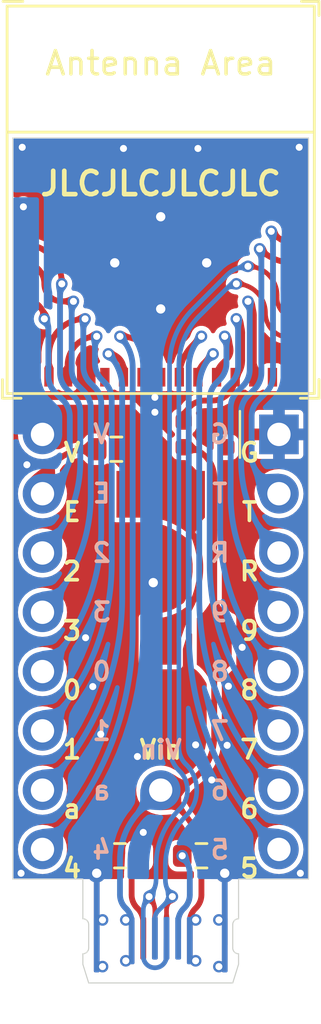
<source format=kicad_pcb>
(kicad_pcb (version 20221018) (generator pcbnew)
  (layers (0 "F.Cu" signal) (31 "B.Cu" signal) (34 "B.Paste" user) (35 "F.Paste" user) (36 "B.SilkS" user "B.Silkscreen") (37 "F.SilkS" user "F.Silkscreen") (38 "B.Mask" user) (39 "F.Mask" user) (44 "Edge.Cuts" user))
  (net 0 "")
  (net 1 "GND")
  (net 2 "D+")
  (net 3 "D-")
  (net 4 "+5V")
  (net 5 "Net-(J1-CC1)")
  (net 6 "Net-(J1-CC2)")
  (net 7 "+3.3V")
  (net 8 "IO0")
  (net 9 "IO1")
  (net 10 "IO2")
  (net 11 "IO3")
  (net 12 "IO4")
  (net 13 "IO5")
  (net 14 "IO6")
  (net 15 "IO7")
  (net 16 "IO8")
  (net 17 "IO9")
  (net 18 "IO10")
  (net 19 "RXD")
  (net 20 "TXD")
  (net 21 "EN")
  (footprint "Package_TO_SOT_SMD:SOT-223-3_TabPin2" (layer "F.Cu") (at 100 86.665 90)
    (fp_text reference "U2" hide)
    (fp_text value "LM1117MP-3.3" hide)
    (pad "1" smd rect (at -3.15 -2.3 90) (size 2 1.5) (layers "F.Cu" "F.Paste" "F.Mask") (net 1 "GND"))
    (pad "2" smd rect (at -3.15 0 90) (size 2 1.5) (layers "F.Cu" "F.Paste" "F.Mask") (net 7 "+3.3V"))
    (pad "2" smd rect (at 3.15 0 90) (size 2 3.8) (layers "F.Cu" "F.Paste" "F.Mask") (net 7 "+3.3V"))
    (pad "3" smd rect (at -3.15 2.3 90) (size 2 1.5) (layers "F.Cu" "F.Paste" "F.Mask") (net 4 "+5V"))
  )
  (footprint "Library:WS2812C-2020" (layer "F.Cu") (at 101.905 80.95)
    (fp_text reference "U3" hide)
    (fp_text value "WS2812C" hide)
    (fp_line (start 1.5 -1) (end 1.5 1) (stroke (width 0.1)) (layer "F.SilkS"))
    (pad "1" smd roundrect (at 0.915 0.55) (size 0.7 0.7) (layers "F.Cu" "F.Paste" "F.Mask"))
    (pad "2" smd roundrect (at 0.915 -0.55) (size 0.7 0.7) (layers "F.Cu" "F.Paste" "F.Mask") (net 1 "GND"))
    (pad "3" smd roundrect (at -0.915 -0.55) (size 0.7 0.7) (layers "F.Cu" "F.Paste" "F.Mask") (net 16 "IO8"))
    (pad "4" smd roundrect (at -0.915 0.55) (size 0.7 0.7) (layers "F.Cu" "F.Paste" "F.Mask") (net 4 "+5V"))
  )
  (footprint "PCM_Espressif:ESP32-C3-MINI-1" (layer "F.Cu") (at 100 70.9)
    (fp_text reference "U4" hide)
    (fp_text value "ESP32-C3-MINI-1" hide)
    (fp_text user "Antenna Area" (at 0 -5.85) (layer "F.SilkS"))
    (fp_line (start -6.8 7.7) (end -6.8 8.5) (stroke (width 0.12)) (layer "F.SilkS"))
    (fp_line (start -6.8 8.5) (end -6 8.5) (stroke (width 0.12)) (layer "F.SilkS"))
    (fp_line (start -6.6 -8.3) (end 6.6 -8.3) (stroke (width 0.12)) (layer "F.SilkS"))
    (fp_line (start -6.6 -2.9) (end 6.6 -2.9) (stroke (width 0.12)) (layer "F.SilkS"))
    (fp_line (start -6.6 8.3) (end -6.6 -8.3) (stroke (width 0.12)) (layer "F.SilkS"))
    (fp_line (start -5.925 -8.5) (end -6.775 -8.5) (stroke (width 0.12)) (layer "F.SilkS"))
    (fp_line (start 6.05 -8.5) (end 6.8 -8.5) (stroke (width 0.12)) (layer "F.SilkS"))
    (fp_line (start 6.6 -8.3) (end 6.6 8.3) (stroke (width 0.12)) (layer "F.SilkS"))
    (fp_line (start 6.6 8.3) (end -6.6 8.3) (stroke (width 0.12)) (layer "F.SilkS"))
    (fp_line (start 6.8 -8.5) (end 6.8 -7.9) (stroke (width 0.12)) (layer "F.SilkS"))
    (fp_line (start 6.8 7.7) (end 6.8 8.5) (stroke (width 0.12)) (layer "F.SilkS"))
    (fp_line (start 6.8 8.5) (end 6 8.5) (stroke (width 0.12)) (layer "F.SilkS"))
    (pad "1" smd rect (at -5.9 -1.3 90) (size 0.4 0.8) (layers "F.Cu" "F.Paste" "F.Mask") (net 1 "GND"))
    (pad "2" smd rect (at -5.9 -0.5 90) (size 0.4 0.8) (layers "F.Cu" "F.Paste" "F.Mask") (net 1 "GND"))
    (pad "3" smd rect (at -5.9 0.3 90) (size 0.4 0.8) (layers "F.Cu" "F.Paste" "F.Mask") (net 7 "+3.3V"))
    (pad "4" smd rect (at -5.9 1.1 90) (size 0.4 0.8) (layers "F.Cu" "F.Paste" "F.Mask"))
    (pad "5" smd rect (at -5.9 1.9 90) (size 0.4 0.8) (layers "F.Cu" "F.Paste" "F.Mask") (net 10 "IO2"))
    (pad "6" smd rect (at -5.9 2.7 90) (size 0.4 0.8) (layers "F.Cu" "F.Paste" "F.Mask") (net 11 "IO3"))
    (pad "7" smd rect (at -5.9 3.5 90) (size 0.4 0.8) (layers "F.Cu" "F.Paste" "F.Mask"))
    (pad "8" smd rect (at -5.9 4.3 90) (size 0.4 0.8) (layers "F.Cu" "F.Paste" "F.Mask") (net 21 "EN"))
    (pad "9" smd rect (at -5.9 5.1 90) (size 0.4 0.8) (layers "F.Cu" "F.Paste" "F.Mask"))
    (pad "10" smd rect (at -5.9 5.9 90) (size 0.4 0.8) (layers "F.Cu" "F.Paste" "F.Mask"))
    (pad "11" smd rect (at -5.9 6.7 90) (size 0.4 0.8) (layers "F.Cu" "F.Paste" "F.Mask") (net 1 "GND"))
    (pad "12" smd rect (at -4.8 7.6) (size 0.4 0.8) (layers "F.Cu" "F.Paste" "F.Mask") (net 8 "IO0"))
    (pad "13" smd rect (at -4 7.6) (size 0.4 0.8) (layers "F.Cu" "F.Paste" "F.Mask") (net 9 "IO1"))
    (pad "14" smd rect (at -3.2 7.6) (size 0.4 0.8) (layers "F.Cu" "F.Paste" "F.Mask") (net 1 "GND"))
    (pad "15" smd rect (at -2.4 7.6) (size 0.4 0.8) (layers "F.Cu" "F.Paste" "F.Mask"))
    (pad "16" smd rect (at -1.6 7.6) (size 0.4 0.8) (layers "F.Cu" "F.Paste" "F.Mask") (net 18 "IO10"))
    (pad "17" smd rect (at -0.8 7.6) (size 0.4 0.8) (layers "F.Cu" "F.Paste" "F.Mask"))
    (pad "18" smd rect (at 0 7.6) (size 0.4 0.8) (layers "F.Cu" "F.Paste" "F.Mask") (net 12 "IO4"))
    (pad "19" smd rect (at 0.8 7.6) (size 0.4 0.8) (layers "F.Cu" "F.Paste" "F.Mask") (net 13 "IO5"))
    (pad "20" smd rect (at 1.6 7.6) (size 0.4 0.8) (layers "F.Cu" "F.Paste" "F.Mask") (net 14 "IO6"))
    (pad "21" smd rect (at 2.4 7.6) (size 0.4 0.8) (layers "F.Cu" "F.Paste" "F.Mask") (net 15 "IO7"))
    (pad "22" smd rect (at 3.2 7.6) (size 0.4 0.8) (layers "F.Cu" "F.Paste" "F.Mask") (net 16 "IO8"))
    (pad "23" smd rect (at 4 7.6) (size 0.4 0.8) (layers "F.Cu" "F.Paste" "F.Mask") (net 17 "IO9"))
    (pad "24" smd rect (at 4.8 7.6) (size 0.4 0.8) (layers "F.Cu" "F.Paste" "F.Mask"))
    (pad "25" smd rect (at 5.9 6.7 90) (size 0.4 0.8) (layers "F.Cu" "F.Paste" "F.Mask"))
    (pad "26" smd rect (at 5.9 5.9 90) (size 0.4 0.8) (layers "F.Cu" "F.Paste" "F.Mask") (net 3 "D-"))
    (pad "27" smd rect (at 5.9 5.1 90) (size 0.4 0.8) (layers "F.Cu" "F.Paste" "F.Mask") (net 2 "D+"))
    (pad "28" smd rect (at 5.9 4.3 90) (size 0.4 0.8) (layers "F.Cu" "F.Paste" "F.Mask"))
    (pad "29" smd rect (at 5.9 3.5 90) (size 0.4 0.8) (layers "F.Cu" "F.Paste" "F.Mask"))
    (pad "30" smd rect (at 5.9 2.7 90) (size 0.4 0.8) (layers "F.Cu" "F.Paste" "F.Mask") (net 19 "RXD"))
    (pad "31" smd rect (at 5.9 1.9 90) (size 0.4 0.8) (layers "F.Cu" "F.Paste" "F.Mask") (net 20 "TXD"))
    (pad "32" smd rect (at 5.9 1.1 90) (size 0.4 0.8) (layers "F.Cu" "F.Paste" "F.Mask"))
    (pad "33" smd rect (at 5.9 0.3 90) (size 0.4 0.8) (layers "F.Cu" "F.Paste" "F.Mask"))
    (pad "34" smd rect (at 5.9 -0.5 90) (size 0.4 0.8) (layers "F.Cu" "F.Paste" "F.Mask"))
    (pad "35" smd rect (at 5.9 -1.3 90) (size 0.4 0.8) (layers "F.Cu" "F.Paste" "F.Mask"))
    (pad "36" smd rect (at 4.8 -2.2) (size 0.4 0.8) (layers "F.Cu" "F.Paste" "F.Mask") (net 1 "GND"))
    (pad "37" smd rect (at 4 -2.2) (size 0.4 0.8) (layers "F.Cu" "F.Paste" "F.Mask") (net 1 "GND"))
    (pad "38" smd rect (at 3.2 -2.2) (size 0.4 0.8) (layers "F.Cu" "F.Paste" "F.Mask") (net 1 "GND"))
    (pad "39" smd rect (at 2.4 -2.2) (size 0.4 0.8) (layers "F.Cu" "F.Paste" "F.Mask") (net 1 "GND"))
    (pad "40" smd rect (at 1.6 -2.2) (size 0.4 0.8) (layers "F.Cu" "F.Paste" "F.Mask") (net 1 "GND"))
    (pad "41" smd rect (at 0.8 -2.2) (size 0.4 0.8) (layers "F.Cu" "F.Paste" "F.Mask") (net 1 "GND"))
    (pad "42" smd rect (at 0 -2.2) (size 0.4 0.8) (layers "F.Cu" "F.Paste" "F.Mask") (net 1 "GND"))
    (pad "43" smd rect (at -0.8 -2.2) (size 0.4 0.8) (layers "F.Cu" "F.Paste" "F.Mask") (net 1 "GND"))
    (pad "44" smd rect (at -1.6 -2.2) (size 0.4 0.8) (layers "F.Cu" "F.Paste" "F.Mask") (net 1 "GND"))
    (pad "45" smd rect (at -2.4 -2.2) (size 0.4 0.8) (layers "F.Cu" "F.Paste" "F.Mask") (net 1 "GND"))
    (pad "46" smd rect (at -3.2 -2.2) (size 0.4 0.8) (layers "F.Cu" "F.Paste" "F.Mask") (net 1 "GND"))
    (pad "47" smd rect (at -4 -2.2) (size 0.4 0.8) (layers "F.Cu" "F.Paste" "F.Mask") (net 1 "GND"))
    (pad "48" smd rect (at -4.8 -2.2) (size 0.4 0.8) (layers "F.Cu" "F.Paste" "F.Mask") (net 1 "GND"))
    (pad "49" smd custom (at -1.975 0.725) (size 0.8 0.8) (layers "F.Cu" "F.Paste" "F.Mask") (net 1 "GND") (options (clearance outline) (anchor rect)) (primitives (gr_poly (pts (xy 0.725 0.725) (xy -0.725 0.725) (xy -0.725 -0.125) (xy -0.125 -0.725) (xy 0.725 -0.725)) (width 0) (fill yes))))
    (pad "49" smd rect (at -1.975 2.7 90) (size 1.45 1.45) (layers "F.Cu" "F.Paste" "F.Mask") (net 1 "GND"))
    (pad "49" smd rect (at -1.975 4.675 90) (size 1.45 1.45) (layers "F.Cu" "F.Paste" "F.Mask") (net 1 "GND"))
    (pad "49" smd rect (at 0 0.725 90) (size 1.45 1.45) (layers "F.Cu" "F.Paste" "F.Mask") (net 1 "GND"))
    (pad "49" smd rect (at 0 2.7 90) (size 1.45 1.45) (layers "F.Cu" "F.Paste" "F.Mask") (net 1 "GND"))
    (pad "49" smd rect (at 0 4.675 90) (size 1.45 1.45) (layers "F.Cu" "F.Paste" "F.Mask") (net 1 "GND"))
    (pad "49" smd rect (at 1.975 0.725 90) (size 1.45 1.45) (layers "F.Cu" "F.Paste" "F.Mask") (net 1 "GND"))
    (pad "49" smd rect (at 1.975 2.7 90) (size 1.45 1.45) (layers "F.Cu" "F.Paste" "F.Mask") (net 1 "GND"))
    (pad "49" smd rect (at 1.975 4.675 90) (size 1.45 1.45) (layers "F.Cu" "F.Paste" "F.Mask") (net 1 "GND"))
    (pad "50" smd rect (at 5.95 -2.25 90) (size 0.7 0.7) (layers "F.Cu" "F.Paste" "F.Mask") (net 1 "GND"))
    (pad "51" smd rect (at 5.95 7.65 90) (size 0.7 0.7) (layers "F.Cu" "F.Paste" "F.Mask") (net 1 "GND"))
    (pad "52" smd rect (at -5.95 7.65 90) (size 0.7 0.7) (layers "F.Cu" "F.Paste" "F.Mask") (net 1 "GND"))
    (pad "53" smd rect (at -5.95 -2.25 90) (size 0.7 0.7) (layers "F.Cu" "F.Paste" "F.Mask") (net 1 "GND"))
    (zone (net 0) (net_name "") (layers "*.Cu") (name "antenna keepout") (connect_pads (clearance 0)) (min_thickness 0.254)
      (keepout (tracks not_allowed) (vias not_allowed) (pads not_allowed) (copperpour not_allowed) (footprints not_allowed))
      (fill (thermal_gap 0.508) (thermal_bridge_width 0.508))
      (polygon (pts (xy 106.6 68) (xy 93.4 68) (xy 93.4 62.6) (xy 106.6 62.6)))
    )
  )
  (footprint "Connector_PinHeader_2.54mm:PinHeader_1x08_P2.54mm_Vertical" (layer "F.Cu") (at 94.92 80.95)
    (fp_text reference "J2" hide)
    (fp_text value "Conn_01x08_Pin" hide)
    (pad "1" thru_hole circle (at 0 0) (size 1.7 1.7) (drill 1) (layers "*.Cu" "*.Mask") (net 7 "+3.3V"))
    (pad "2" thru_hole oval (at 0 2.54) (size 1.7 1.7) (drill 1) (layers "*.Cu" "*.Mask") (net 21 "EN"))
    (pad "3" thru_hole oval (at 0 5.08) (size 1.7 1.7) (drill 1) (layers "*.Cu" "*.Mask") (net 10 "IO2"))
    (pad "4" thru_hole oval (at 0 7.62) (size 1.7 1.7) (drill 1) (layers "*.Cu" "*.Mask") (net 11 "IO3"))
    (pad "5" thru_hole oval (at 0 10.16) (size 1.7 1.7) (drill 1) (layers "*.Cu" "*.Mask") (net 8 "IO0"))
    (pad "6" thru_hole oval (at 0 12.7) (size 1.7 1.7) (drill 1) (layers "*.Cu" "*.Mask") (net 9 "IO1"))
    (pad "7" thru_hole oval (at 0 15.24) (size 1.7 1.7) (drill 1) (layers "*.Cu" "*.Mask") (net 18 "IO10"))
    (pad "8" thru_hole oval (at 0 17.78) (size 1.7 1.7) (drill 1) (layers "*.Cu" "*.Mask") (net 12 "IO4"))
  )
  (footprint "Resistor_SMD:R_0603_1608Metric" (layer "F.Cu") (at 98.095 81.585 180)
    (fp_text reference "R1" hide)
    (fp_text value "10k" hide)
    (fp_line (start -0.237258 -0.5225) (end 0.237258 -0.5225) (stroke (width 0.12)) (layer "F.SilkS"))
    (fp_line (start -0.237258 0.5225) (end 0.237258 0.5225) (stroke (width 0.12)) (layer "F.SilkS"))
    (pad "1" smd roundrect (at -0.825 0 180) (size 0.8 0.95) (layers "F.Cu" "F.Paste" "F.Mask") (net 7 "+3.3V"))
    (pad "2" smd roundrect (at 0.825 0 180) (size 0.8 0.95) (layers "F.Cu" "F.Paste" "F.Mask") (net 21 "EN"))
  )
  (footprint "clipboard:0cc91ec2-0069-494b-bf66-8693916d34c6" (layer "F.Cu") (at 100.02 89.825)
    (fp_text reference "" (at 0 0) (layer "F.SilkS") (effects (font (size 1.27 1.27))))
    (fp_text value "" (at 0 0) (layer "F.SilkS") (effects (font (size 1.27 1.27))))
  )
  (footprint "Library:USB-C" (layer "F.Cu") (at 100 100 -90)
    (fp_text reference "J1" hide)
    (fp_text value "USB-C" hide)
    (fp_line (start 0 -3.345) (end 1.7 -3.345) (stroke (width 0.05)) (layer "Edge.Cuts"))
    (fp_line (start 0 3.345) (end 1.7 3.345) (stroke (width 0.05)) (layer "Edge.Cuts"))
    (fp_line (start 1.95 -3.095) (end 2.95 -3.095) (stroke (width 0.05)) (layer "Edge.Cuts"))
    (fp_line (start 1.95 3.095) (end 2.95 3.095) (stroke (width 0.05)) (layer "Edge.Cuts"))
    (fp_line (start 3.2 -3.345) (end 3.65 -3.345) (stroke (width 0.05)) (layer "Edge.Cuts"))
    (fp_line (start 3.2 3.345) (end 3.65 3.345) (stroke (width 0.05)) (layer "Edge.Cuts"))
    (fp_line (start 3.65 -3.345) (end 4.45 -3.095) (stroke (width 0.05)) (layer "Edge.Cuts"))
    (fp_line (start 3.65 3.345) (end 4.45 3.095) (stroke (width 0.05)) (layer "Edge.Cuts"))
    (fp_line (start 4.45 -3.095) (end 4.45 0) (stroke (width 0.05)) (layer "Edge.Cuts"))
    (fp_line (start 4.45 3.095) (end 4.45 0) (stroke (width 0.05)) (layer "Edge.Cuts"))
    (fp_arc (start 1.7 3.345) (mid 1.773223 3.168223) (end 1.95 3.095) (stroke (width 0.05)) (layer "Edge.Cuts"))
    (fp_arc (start 1.95 -3.095) (mid 1.773223 -3.168223) (end 1.7 -3.345) (stroke (width 0.05)) (layer "Edge.Cuts"))
    (fp_arc (start 2.95 3.095) (mid 3.126777 3.168223) (end 3.2 3.345) (stroke (width 0.05)) (layer "Edge.Cuts"))
    (fp_arc (start 3.2 -3.345) (mid 3.126777 -3.168223) (end 2.95 -3.095) (stroke (width 0.05)) (layer "Edge.Cuts"))
    (pad "1" smd roundrect (at 2.81 -2.75 270) (size 2.38 0.25) (layers "F.Cu" "F.Paste" "F.Mask") (net 1 "GND"))
    (pad "1" smd roundrect (at 2.81 -2.75 270) (size 2.38 0.25) (layers "B.Cu" "B.Paste" "B.Mask") (net 1 "GND"))
    (pad "1" smd roundrect (at 2.81 2.75 270) (size 2.38 0.25) (layers "F.Cu" "F.Paste" "F.Mask") (net 1 "GND"))
    (pad "1" smd roundrect (at 2.81 2.75 270) (size 2.38 0.25) (layers "B.Cu" "B.Paste" "B.Mask") (net 1 "GND"))
    (pad "2" smd roundrect (at 2.535 -0.25 270) (size 1.83 0.25) (layers "B.Cu" "B.Paste" "B.Mask") (net 2 "D+"))
    (pad "2" smd roundrect (at 2.535 0.25 270) (size 1.83 0.25) (layers "F.Cu" "F.Paste" "F.Mask") (net 2 "D+"))
    (pad "3" smd roundrect (at 2.535 -0.25 270) (size 1.83 0.25) (layers "F.Cu" "F.Paste" "F.Mask") (net 3 "D-"))
    (pad "3" smd roundrect (at 2.535 0.25 270) (size 1.83 0.25) (layers "B.Cu" "B.Paste" "B.Mask") (net 3 "D-"))
    (pad "4" smd roundrect (at 2.635 -1.25 270) (size 2.03 0.25) (layers "F.Cu" "F.Paste" "F.Mask") (net 4 "+5V"))
    (pad "4" smd roundrect (at 2.635 -1.25 270) (size 2.03 0.25) (layers "B.Cu" "B.Paste" "B.Mask") (net 4 "+5V"))
    (pad "4" smd roundrect (at 2.635 1.25 270) (size 2.03 0.25) (layers "F.Cu" "F.Paste" "F.Mask") (net 4 "+5V"))
    (pad "4" smd roundrect (at 2.635 1.25 270) (size 2.03 0.25) (layers "B.Cu" "B.Paste" "B.Mask") (net 4 "+5V"))
    (pad "5" smd roundrect (at 2.535 0.75 270) (size 1.83 0.25) (layers "F.Cu" "F.Paste" "F.Mask") (net 5 "Net-(J1-CC1)"))
    (pad "6" smd roundrect (at 2.535 -0.75 270) (size 1.83 0.25) (layers "B.Cu" "B.Paste" "B.Mask") (net 6 "Net-(J1-CC2)"))
  )
  (footprint "Resistor_SMD:R_0603_1608Metric" (layer "F.Cu") (at 101.75 99)
    (fp_text reference "R2" hide)
    (fp_text value "5.1k" hide)
    (fp_line (start -0.237258 -0.5225) (end 0.237258 -0.5225) (stroke (width 0.12)) (layer "F.SilkS"))
    (fp_line (start -0.237258 0.5225) (end 0.237258 0.5225) (stroke (width 0.12)) (layer "F.SilkS"))
    (pad "1" smd roundrect (at -0.825 0) (size 0.8 0.95) (layers "F.Cu" "F.Paste" "F.Mask") (net 6 "Net-(J1-CC2)"))
    (pad "2" smd roundrect (at 0.825 0) (size 0.8 0.95) (layers "F.Cu" "F.Paste" "F.Mask") (net 1 "GND"))
  )
  (footprint "Resistor_SMD:R_0603_1608Metric" (layer "F.Cu") (at 98.25 99 180)
    (fp_text reference "R3" hide)
    (fp_text value "5.1k" hide)
    (fp_line (start -0.237258 -0.5225) (end 0.237258 -0.5225) (stroke (width 0.12)) (layer "F.SilkS"))
    (fp_line (start -0.237258 0.5225) (end 0.237258 0.5225) (stroke (width 0.12)) (layer "F.SilkS"))
    (pad "1" smd roundrect (at -0.825 0 180) (size 0.8 0.95) (layers "F.Cu" "F.Paste" "F.Mask") (net 5 "Net-(J1-CC1)"))
    (pad "2" smd roundrect (at 0.825 0 180) (size 0.8 0.95) (layers "F.Cu" "F.Paste" "F.Mask") (net 1 "GND"))
  )
  (footprint "Connector_PinHeader_2.54mm:PinHeader_1x01_P2.54mm_Vertical" (layer "F.Cu") (at 100 96.19)
    (fp_text reference "J3" hide)
    (fp_text value "Conn_01x01_Pin" hide)
    (pad "1" thru_hole circle (at 0 0) (size 1.7 1.7) (drill 1) (layers "*.Cu" "*.Mask") (net 4 "+5V"))
  )
  (footprint "Connector_PinHeader_2.54mm:PinHeader_1x08_P2.54mm_Vertical" (layer "F.Cu") (at 105.08 80.95)
    (fp_text reference "J4" hide)
    (fp_text value "Conn_01x08_Pin" hide)
    (pad "1" thru_hole rect (at 0 0) (size 1.7 1.7) (drill 1) (layers "*.Cu" "*.Mask") (net 1 "GND"))
    (pad "2" thru_hole oval (at 0 2.54) (size 1.7 1.7) (drill 1) (layers "*.Cu" "*.Mask") (net 20 "TXD"))
    (pad "3" thru_hole oval (at 0 5.08) (size 1.7 1.7) (drill 1) (layers "*.Cu" "*.Mask") (net 19 "RXD"))
    (pad "4" thru_hole oval (at 0 7.62) (size 1.7 1.7) (drill 1) (layers "*.Cu" "*.Mask") (net 17 "IO9"))
    (pad "5" thru_hole oval (at 0 10.16) (size 1.7 1.7) (drill 1) (layers "*.Cu" "*.Mask") (net 16 "IO8"))
    (pad "6" thru_hole oval (at 0 12.7) (size 1.7 1.7) (drill 1) (layers "*.Cu" "*.Mask") (net 15 "IO7"))
    (pad "7" thru_hole oval (at 0 15.24) (size 1.7 1.7) (drill 1) (layers "*.Cu" "*.Mask") (net 14 "IO6"))
    (pad "8" thru_hole oval (at 0 17.78) (size 1.7 1.7) (drill 1) (layers "*.Cu" "*.Mask") (net 13 "IO5"))
  )
  (footprint "LOGO" (layer "B.Cu") (at 97.46 70.79 180)
    (fp_text reference "G***" hide)
    (fp_text value "LOGO" hide)
  )
  (footprint "LOGO" (layer "B.Cu") (at 102.54 70.79 180)
    (fp_text reference "G***" hide)
    (fp_text value "LOGO" hide)
  )
  (gr_line (start 93.65 100) (end 96.655 100) (stroke (width 0.05)) (layer "Edge.Cuts"))
  (gr_line (start 103.345 100) (end 106.35 100) (stroke (width 0.05)) (layer "Edge.Cuts"))
  (gr_line (start 93.65 68.25) (end 93.65 100) (stroke (width 0.05)) (layer "Edge.Cuts"))
  (gr_line (start 106.35 68.25) (end 106.35 100) (stroke (width 0.05)) (layer "Edge.Cuts"))
  (gr_line (start 93.65 68.25) (end 106.35 68.25) (stroke (width 0.05)) (layer "Edge.Cuts"))
  (gr_text "G\n\nT\n\nR\n\n9\n\n8\n\n7\n\n6\n\n5\n" (at 102.54 89.84) (layer "B.SilkS") (effects (font (size 0.79 0.79) (thickness 0.158) bold) (justify mirror)))
  (gr_text "V\n\nE\n\n2\n\n3\n\n0\n\n1\n\na\n\n4" (at 97.46 89.84) (layer "B.SilkS") (effects (font (size 0.79 0.79) (thickness 0.158) bold) (justify mirror)))
  (gr_text "Vin" (at 100 94.92) (layer "B.SilkS") (effects (font (size 0.79 0.79) (thickness 0.158) bold) (justify bottom mirror)))
  (gr_text "V\n\nE\n\n2\n\n3\n\n0\n\n1\n\na\n\n4" (at 96.19 100) (layer "F.SilkS") (effects (font (size 0.79 0.79) (thickness 0.158) bold) (justify bottom)))
  (gr_text "Vin" (at 100 94.92) (layer "F.SilkS") (effects (font (size 0.79 0.79) (thickness 0.158) bold) (justify bottom)))
  (gr_text "G\n\nT\n\nR\n\n9\n\n8\n\n7\n\n6\n\n5\n" (at 103.81 100) (layer "F.SilkS") (effects (font (size 0.79 0.79) (thickness 0.158) bold) (justify bottom)))
  (gr_text "JLCJLCJLCJLC" (at 100 70.79) (layer "F.SilkS") (effects (font (size 1 1) (thickness 0.2) bold) (justify bottom)))
  (segment (start 97.25 99.75) (end 97.25 102.81) (width 0.25) (layer "F.Cu") (net 1))
  (segment (start 102.75 99.75) (end 102.75 100) (width 0.25) (layer "F.Cu") (net 1))
  (segment (start 102.75 102.81) (end 102.75 99.75) (width 0.25) (layer "F.Cu") (net 1))
  (via (at 103.500002 90.072606) (size 0.5) (drill 0.3) (layers "F.Cu" "B.Cu") (net 1))
  (via (at 99.25 98) (size 0.5) (drill 0.3) (layers "F.Cu" "B.Cu") (net 1))
  (via (at 106 99.75) (size 0.5) (drill 0.3) (layers "F.Cu" "B.Cu") (net 1))
  (via (at 102.90762 91.737984) (size 0.5) (drill 0.3) (layers "F.Cu" "B.Cu") (net 1))
  (via (at 101.5 94.25) (size 0.5) (drill 0.3) (layers "F.Cu" "B.Cu") (net 1))
  (via (at 102.75 99.75) (size 0.8) (drill 0.4) (layers "F.Cu" "B.Cu") (net 1))
  (via (at 94.05 68.65) (size 0.5) (drill 0.3) (layers "F.Cu" "B.Cu") (net 1))
  (via (at 102.190821 95.753747) (size 0.5) (drill 0.3) (layers "F.Cu" "B.Cu") (net 1))
  (via (at 99.75 79.361942) (size 0.5) (drill 0.3) (layers "F.Cu" "B.Cu") (net 1))
  (via (at 97.25 99.75) (size 0.8) (drill 0.4) (layers "F.Cu" "B.Cu") (net 1))
  (via (at 96.772813 89.660098) (size 0.5) (drill 0.3) (layers "F.Cu" "B.Cu") (net 1))
  (via (at 100 75.575) (size 0.8) (drill 0.4) (layers "F.Cu" "B.Cu") (net 1))
  (via (at 98.025 73.6) (size 0.8) (drill 0.4) (layers "F.Cu" "B.Cu") (net 1))
  (via (at 101.975 73.6) (size 0.8) (drill 0.4) (layers "F.Cu" "B.Cu") (net 1))
  (via (at 98.4 68.7) (size 0.5) (drill 0.3) (layers "F.Cu" "B.Cu") (net 1))
  (via (at 102.852779 94.268788) (size 0.5) (drill 0.3) (layers "F.Cu" "B.Cu") (net 1))
  (via (at 99 94.75) (size 0.5) (drill 0.3) (layers "F.Cu" "B.Cu") (net 1))
  (via (at 94 99.75) (size 0.5) (drill 0.3) (layers "F.Cu" "B.Cu") (net 1))
  (via (at 105.95 68.65) (size 0.5) (drill 0.3) (layers "F.Cu" "B.Cu") (net 1))
  (via (at 102.5 101.75) (size 0.5) (drill 0.3) (layers "F.Cu" "B.Cu") (net 1))
  (via (at 97.5 103.75) (size 0.5) (drill 0.3) (layers "F.Cu" "B.Cu") (net 1))
  (via (at 97.081131 91.752584) (size 0.5) (drill 0.3) (layers "F.Cu" "B.Cu") (net 1))
  (via (at 97.5 101.75) (size 0.5) (drill 0.3) (layers "F.Cu" "B.Cu") (net 1))
  (via (at 100 71.625) (size 0.8) (drill 0.4) (layers "F.Cu" "B.Cu") (net 1))
  (via (at 99.75 80) (size 0.5) (drill 0.3) (layers "F.Cu" "B.Cu") (net 1))
  (via (at 99.68 87.3) (size 0.8) (drill 0.4) (layers "F.Cu" "B.Cu") (net 1))
  (via (at 94.25 82.25) (size 0.5) (drill 0.3) (layers "F.Cu" "B.Cu") (net 1))
  (via (at 101.6 68.7) (size 0.5) (drill 0.3) (layers "F.Cu" "B.Cu") (net 1))
  (via (at 102.5 103.75) (size 0.5) (drill 0.3) (layers "F.Cu" "B.Cu") (net 1))
  (via (at 97.423202 93.79151) (size 0.5) (drill 0.3) (layers "F.Cu" "B.Cu") (net 1))
  (segment (start 97.25 102.81) (end 97.25 100) (width 0.25) (layer "B.Cu") (net 1))
  (segment (start 97.25 100) (end 97.25 99.75) (width 0.25) (layer "B.Cu") (net 1))
  (segment (start 102.75 99.75) (end 102.75 102.81) (width 0.25) (layer "B.Cu") (net 1))
  (segment (start 105 75) (end 105 75.1) (width 0.2) (layer "F.Cu") (net 2))
  (segment (start 99.75 101.353544) (end 99.75 102.535) (width 0.2) (layer "F.Cu") (net 2))
  (via (at 99.5 100.75) (size 0.5) (drill 0.3) (layers "F.Cu" "B.Cu") (net 2))
  (via (at 103.75 73.75) (size 0.5) (drill 0.3) (layers "F.Cu" "B.Cu") (net 2))
  (arc (start 105 75.1) (mid 105.263604 75.736396) (end 105.9 76) (width 0.2) (layer "F.Cu") (net 2))
  (arc (start 105 75) (mid 104.633883 74.116117) (end 103.75 73.75) (width 0.2) (layer "F.Cu") (net 2))
  (arc (start 99.5 100.75) (mid 99.685028 101.026912) (end 99.75 101.353544) (width 0.2) (layer "F.Cu") (net 2))
  (segment (start 99.8 99.424672) (end 99.8 100.025735) (width 0.2) (layer "B.Cu") (net 2))
  (segment (start 100.38 78.000508) (end 100.38 94.363755) (width 0.2) (layer "B.Cu") (net 2))
  (segment (start 101.15 96.19) (end 101.15 96.19) (width 0.2) (layer "B.Cu") (net 2))
  (segment (start 102.848961 74.123221) (end 101.375837 75.596345) (width 0.2) (layer "B.Cu") (net 2))
  (segment (start 100.813173 97.003173) (end 100.795837 97.020509) (width 0.2) (layer "B.Cu") (net 2))
  (segment (start 99.75 103.8) (end 99.75 103.8) (width 0.2) (layer "B.Cu") (net 2))
  (segment (start 99.25 103.3) (end 99.25 101.353552) (width 0.2) (layer "B.Cu") (net 2))
  (segment (start 100.790051 95.353705) (end 100.813173 95.376827) (width 0.2) (layer "B.Cu") (net 2))
  (segment (start 100.25 102.535) (end 100.25 103.3) (width 0.2) (layer "B.Cu") (net 2))
  (arc (start 102.848961 74.123221) (mid 103.262359 73.846997) (end 103.75 73.75) (width 0.2) (layer "B.Cu") (net 2))
  (arc (start 99.8 99.424672) (mid 100.05881 98.123548) (end 100.795837 97.020509) (width 0.2) (layer "B.Cu") (net 2))
  (arc (start 101.375837 75.596345) (mid 100.63881 76.699384) (end 100.38 78.000508) (width 0.2) (layer "B.Cu") (net 2))
  (arc (start 101.15 96.19) (mid 101.062461 95.749914) (end 100.813173 95.376827) (width 0.2) (layer "B.Cu") (net 2))
  (arc (start 101.15 96.19) (mid 101.062461 96.630086) (end 100.813173 97.003173) (width 0.2) (layer "B.Cu") (net 2))
  (arc (start 99.75 103.8) (mid 100.103553 103.653553) (end 100.25 103.3) (width 0.2) (layer "B.Cu") (net 2))
  (arc (start 99.5 100.75) (mid 99.722033 100.417704) (end 99.8 100.025735) (width 0.2) (layer "B.Cu") (net 2))
  (arc (start 100.38 94.363755) (mid 100.486569 94.899512) (end 100.790051 95.353705) (width 0.2) (layer "B.Cu") (net 2))
  (arc (start 99.5 100.75) (mid 99.314973 101.026913) (end 99.25 101.353552) (width 0.2) (layer "B.Cu") (net 2))
  (arc (start 99.75 103.8) (mid 99.396447 103.653553) (end 99.25 103.3) (width 0.2) (layer "B.Cu") (net 2))
  (segment (start 100.25 102.535) (end 100.25 101.353544) (width 0.2) (layer "F.Cu") (net 3))
  (segment (start 105.55 76.8) (end 105.9 76.8) (width 0.2) (layer "F.Cu") (net 3))
  (via (at 100.5 100.75) (size 0.5) (drill 0.3) (layers "F.Cu" "B.Cu") (net 3))
  (via (at 103.25 74.5) (size 0.5) (drill 0.3) (layers "F.Cu" "B.Cu") (net 3))
  (arc (start 100.25 101.353544) (mid 100.314971 101.026911) (end 100.5 100.75) (width 0.2) (layer "F.Cu") (net 3))
  (arc (start 104.5 75.75) (mid 104.133883 74.866117) (end 103.25 74.5) (width 0.2) (layer "F.Cu") (net 3))
  (arc (start 105.55 76.8) (mid 104.807538 76.492462) (end 104.5 75.75) (width 0.2) (layer "F.Cu") (net 3))
  (segment (start 100.782254 89.842254) (end 100.782254 94.366008) (width 0.2) (layer "B.Cu") (net 3))
  (segment (start 101.55 96.189999) (end 101.55 96.190001) (width 0.2) (layer "B.Cu") (net 3))
  (segment (start 100.78 89.84) (end 100.782254 89.842254) (width 0.2) (layer "B.Cu") (net 3))
  (segment (start 100.2 99.424673) (end 100.2 100.025735) (width 0.2) (layer "B.Cu") (net 3))
  (segment (start 102.887867 74.650001) (end 101.658679 75.879189) (width 0.2) (layer "B.Cu") (net 3))
  (segment (start 101.096015 97.286017) (end 101.078679 97.303353) (width 0.2) (layer "B.Cu") (net 3))
  (segment (start 99.75 102.535) (end 99.75 101.707107) (width 0.2) (layer "B.Cu") (net 3))
  (segment (start 101.075147 95.073115) (end 101.096016 95.093984) (width 0.2) (layer "B.Cu") (net 3))
  (segment (start 100.78 78.000509) (end 100.78 89.84) (width 0.2) (layer "B.Cu") (net 3))
  (segment (start 99.896447 101.353553) (end 100.5 100.75) (width 0.2) (layer "B.Cu") (net 3))
  (arc (start 101.55 96.189999) (mid 101.432013 95.59684) (end 101.096016 95.093984) (width 0.2) (layer "B.Cu") (net 3))
  (arc (start 99.896447 101.353553) (mid 99.78806 101.515765) (end 99.75 101.707107) (width 0.2) (layer "B.Cu") (net 3))
  (arc (start 100.5 100.75) (mid 100.277967 100.417704) (end 100.2 100.025735) (width 0.2) (layer "B.Cu") (net 3))
  (arc (start 102.887867 74.650001) (mid 103.054015 74.538984) (end 103.25 74.5) (width 0.2) (layer "B.Cu") (net 3))
  (arc (start 101.55 96.190001) (mid 101.432013 96.783161) (end 101.096015 97.286017) (width 0.2) (layer "B.Cu") (net 3))
  (arc (start 100.782254 94.366008) (mid 100.858374 94.748691) (end 101.075147 95.073115) (width 0.2) (layer "B.Cu") (net 3))
  (arc (start 100.78 78.000509) (mid 101.008361 76.852459) (end 101.658679 75.879189) (width 0.2) (layer "B.Cu") (net 3))
  (arc (start 100.2 99.424673) (mid 100.428361 98.276623) (end 101.078679 97.303353) (width 0.2) (layer "B.Cu") (net 3))
  (segment (start 102.3 93.89) (end 102.3 89.815) (width 0.25) (layer "F.Cu") (net 4))
  (segment (start 101.484315 101.265685) (end 101.515686 101.234314) (width 0.25) (layer "F.Cu") (net 4))
  (segment (start 102.225 89.89) (end 102.3 89.815) (width 0.25) (layer "F.Cu") (net 4))
  (segment (start 101.25 102.635) (end 101.25 101.831371) (width 0.25) (layer "F.Cu") (net 4))
  (segment (start 100 96.25) (end 100 96.19) (width 0.25) (layer "F.Cu") (net 4))
  (segment (start 100.87132 97.06132) (end 100 96.19) (width 0.25) (layer "F.Cu") (net 4))
  (segment (start 102.3 82.81) (end 102.3 89.815) (width 0.25) (layer "F.Cu") (net 4))
  (segment (start 102.3 89.815) (end 102.225 89.74) (width 0.25) (layer "F.Cu") (net 4))
  (segment (start 101.75 100.668629) (end 101.75 99.182641) (width 0.25) (layer "F.Cu") (net 4))
  (via (at 101.5 101.75) (size 0.5) (drill 0.3) (layers "F.Cu" "B.Cu") (net 4))
  (via (at 101.5 103.5) (size 0.5) (drill 0.3) (layers "F.Cu" "B.Cu") (net 4))
  (via (at 98.5 103.5) (size 0.5) (drill 0.3) (layers "F.Cu" "B.Cu") (net 4))
  (via (at 98.5 101.75) (size 0.5) (drill 0.3) (layers "F.Cu" "B.Cu") (net 4))
  (arc (start 100.87132 97.06132) (mid 101.521639 98.03459) (end 101.75 99.182641) (width 0.25) (layer "F.Cu") (net 4))
  (arc (start 102.3 82.81) (mid 101.91631 81.88369) (end 100.99 81.5) (width 0.25) (layer "F.Cu") (net 4))
  (arc (start 101.75 100.668629) (mid 101.689104 100.974775) (end 101.515686 101.234314) (width 0.25) (layer "F.Cu") (net 4))
  (arc (start 101.25 101.831371) (mid 101.310897 101.525224) (end 101.484315 101.265685) (width 0.25) (layer "F.Cu") (net 4))
  (arc (start 100 96.19) (mid 101.626346 95.516346) (end 102.3 93.89) (width 0.25) (layer "F.Cu") (net 4))
  (segment (start 98.75 102.635) (end 98.75 101.831371) (width 0.25) (layer "B.Cu") (net 4))
  (segment (start 98.515685 101.265685) (end 98.484314 101.234314) (width 0.25) (layer "B.Cu") (net 4))
  (segment (start 98.25 100.668629) (end 98.25 99.182641) (width 0.25) (layer "B.Cu") (net 4))
  (segment (start 99.12868 97.06132) (end 100 96.19) (width 0.25) (layer "B.Cu") (net 4))
  (arc (start 98.25 100.668629) (mid 98.310896 100.974775) (end 98.484314 101.234314) (width 0.25) (layer "B.Cu") (net 4))
  (arc (start 98.515685 101.265685) (mid 98.689104 101.525224) (end 98.75 101.831371) (width 0.25) (layer "B.Cu") (net 4))
  (arc (start 98.25 99.182641) (mid 98.478362 98.03459) (end 99.12868 97.06132) (width 0.25) (layer "B.Cu") (net 4))
  (segment (start 98.75 99.784616) (end 98.75 100.668629) (width 0.25) (layer "F.Cu") (net 5))
  (segment (start 99.25 102.535) (end 99.25 101.831371) (width 0.25) (layer "F.Cu") (net 5))
  (segment (start 98.984315 101.234315) (end 99.015686 101.265686) (width 0.25) (layer "F.Cu") (net 5))
  (arc (start 98.984315 101.234315) (mid 98.810896 100.974776) (end 98.75 100.668629) (width 0.25) (layer "F.Cu") (net 5))
  (arc (start 99.015686 101.265686) (mid 99.189104 101.525225) (end 99.25 101.831371) (width 0.25) (layer "F.Cu") (net 5))
  (arc (start 99.075 99) (mid 98.834464 99.359987) (end 98.75 99.784616) (width 0.25) (layer "F.Cu") (net 5))
  (via (at 100.925 99) (size 0.5) (drill 0.3) (layers "F.Cu" "B.Cu") (net 6))
  (segment (start 100.984315 101.265685) (end 101.015686 101.234314) (width 0.25) (layer "B.Cu") (net 6))
  (segment (start 100.75 102.535) (end 100.75 101.831371) (width 0.25) (layer "B.Cu") (net 6))
  (segment (start 101.25 100.668629) (end 101.25 99.784616) (width 0.25) (layer "B.Cu") (net 6))
  (arc (start 100.75 101.831371) (mid 100.810897 101.525224) (end 100.984315 101.265685) (width 0.25) (layer "B.Cu") (net 6))
  (arc (start 101.25 99.784616) (mid 101.165536 99.359987) (end 100.925 99) (width 0.25) (layer "B.Cu") (net 6))
  (arc (start 101.015686 101.234314) (mid 101.189104 100.974775) (end 101.25 100.668629) (width 0.25) (layer "B.Cu") (net 6))
  (segment (start 100 83.515) (end 100.675127 84.190127) (width 0.25) (layer "F.Cu") (net 7))
  (segment (start 100 89.815) (end 100.675127 89.139873) (width 0.25) (layer "F.Cu") (net 7))
  (via (at 94.1 71.2) (size 0.5) (drill 0.3) (layers "F.Cu" "B.Cu") (net 7))
  (arc (start 100.675127 89.139873) (mid 101.700253 86.665) (end 100.675127 84.190127) (width 0.25) (layer "F.Cu") (net 7))
  (segment (start 95.2 77.55) (end 95.2 78.5) (width 0.25) (layer "F.Cu") (net 8))
  (via (at 96.75 76) (size 0.5) (drill 0.3) (layers "F.Cu" "B.Cu") (net 8))
  (arc (start 95.2 77.55) (mid 95.653984 76.453984) (end 96.75 76) (width 0.25) (layer "F.Cu") (net 8))
  (segment (start 97.445 85.014111) (end 97.445 79.630026) (width 0.25) (layer "B.Cu") (net 8))
  (segment (start 96.675 78.031598) (end 96.675 76.075) (width 0.25) (layer "B.Cu") (net 8))
  (segment (start 97.152107 78.922919) (end 96.967893 78.738705) (width 0.25) (layer "B.Cu") (net 8))
  (segment (start 96.675 76.075) (end 96.75 76) (width 0.25) (layer "B.Cu") (net 8))
  (arc (start 96.967893 78.738705) (mid 96.75112 78.414282) (end 96.675 78.031598) (width 0.25) (layer "B.Cu") (net 8))
  (arc (start 94.92 91.11) (mid 96.788774 88.313182) (end 97.445 85.014111) (width 0.25) (layer "B.Cu") (net 8))
  (arc (start 97.445 79.630026) (mid 97.36888 79.247342) (end 97.152107 78.922919) (width 0.25) (layer "B.Cu") (net 8))
  (segment (start 96 78) (end 96 78.5) (width 0.25) (layer "F.Cu") (net 9))
  (via (at 97.25 76.75) (size 0.5) (drill 0.3) (layers "F.Cu" "B.Cu") (net 9))
  (arc (start 97.25 76.75) (mid 96.366117 77.116117) (end 96 78) (width 0.25) (layer "F.Cu") (net 9))
  (segment (start 97.175 77.895202) (end 97.175 76.825) (width 0.25) (layer "B.Cu") (net 9))
  (segment (start 97.175 76.825) (end 97.25 76.75) (width 0.25) (layer "B.Cu") (net 9))
  (segment (start 97.895 86.467715) (end 97.895 79.44363) (width 0.25) (layer "B.Cu") (net 9))
  (segment (start 97.602107 78.736523) (end 97.467893 78.602309) (width 0.25) (layer "B.Cu") (net 9))
  (arc (start 97.895 79.44363) (mid 97.81888 79.060946) (end 97.602107 78.736523) (width 0.25) (layer "B.Cu") (net 9))
  (arc (start 94.92 93.65) (mid 97.121823 90.354739) (end 97.895 86.467715) (width 0.25) (layer "B.Cu") (net 9))
  (arc (start 97.467893 78.602309) (mid 97.25112 78.277886) (end 97.175 77.895202) (width 0.25) (layer "B.Cu") (net 9))
  (segment (start 95.75 74.45) (end 95.75 74.5) (width 0.25) (layer "F.Cu") (net 10))
  (via (at 95.75 74.5) (size 0.5) (drill 0.3) (layers "F.Cu" "B.Cu") (net 10))
  (arc (start 95.75 74.45) (mid 95.266726 73.283274) (end 94.1 72.8) (width 0.25) (layer "F.Cu") (net 10))
  (segment (start 95.675 74.575) (end 95.75 74.5) (width 0.25) (layer "B.Cu") (net 10))
  (segment (start 94.92 86.03) (end 94.927919 86.022081) (width 0.25) (layer "B.Cu") (net 10))
  (segment (start 95.675 78.30439) (end 95.675 74.575) (width 0.25) (layer "B.Cu") (net 10))
  (segment (start 96.545 82.118102) (end 96.545 80.002818) (width 0.25) (layer "B.Cu") (net 10))
  (segment (start 96.252107 79.295711) (end 95.967893 79.011497) (width 0.25) (layer "B.Cu") (net 10))
  (arc (start 94.927919 86.022081) (mid 96.124734 84.23092) (end 96.545 82.118102) (width 0.25) (layer "B.Cu") (net 10))
  (arc (start 96.545 80.002818) (mid 96.46888 79.620135) (end 96.252107 79.295711) (width 0.25) (layer "B.Cu") (net 10))
  (arc (start 95.967893 79.011497) (mid 95.75112 78.687074) (end 95.675 78.30439) (width 0.25) (layer "B.Cu") (net 10))
  (segment (start 96.25 75.25) (end 95.75 75.25) (width 0.25) (layer "F.Cu") (net 11))
  (via (at 96.25 75.25) (size 0.5) (drill 0.3) (layers "F.Cu" "B.Cu") (net 11))
  (arc (start 94.1 73.6) (mid 94.736396 73.863604) (end 95 74.5) (width 0.25) (layer "F.Cu") (net 11))
  (arc (start 95 74.5) (mid 95.21967 75.03033) (end 95.75 75.25) (width 0.25) (layer "F.Cu") (net 11))
  (segment (start 96.175 75.431066) (end 96.175 78.167994) (width 0.25) (layer "B.Cu") (net 11))
  (segment (start 96.995 79.816422) (end 96.995 83.560507) (width 0.25) (layer "B.Cu") (net 11))
  (segment (start 96.175 75.325) (end 96.25 75.25) (width 0.25) (layer "B.Cu") (net 11))
  (segment (start 96.467893 78.875101) (end 96.702107 79.109315) (width 0.25) (layer "B.Cu") (net 11))
  (segment (start 96.175 75.431066) (end 96.175 75.325) (width 0.25) (layer "B.Cu") (net 11))
  (arc (start 96.175 78.167994) (mid 96.25112 78.550677) (end 96.467893 78.875101) (width 0.25) (layer "B.Cu") (net 11))
  (arc (start 96.995 79.816422) (mid 96.91888 79.433739) (end 96.702107 79.109315) (width 0.25) (layer "B.Cu") (net 11))
  (arc (start 96.995 83.560507) (mid 96.455726 86.271624) (end 94.92 88.57) (width 0.25) (layer "B.Cu") (net 11))
  (via (at 98.25 76.75) (size 0.5) (drill 0.3) (layers "F.Cu" "B.Cu") (net 12))
  (arc (start 98.25 76.75) (mid 99.487437 77.262563) (end 100 78.5) (width 0.25) (layer "F.Cu") (net 12))
  (segment (start 98.795 89.374936) (end 98.795 78.065733) (width 0.25) (layer "B.Cu") (net 12))
  (arc (start 98.25 76.75) (mid 98.653361 77.353668) (end 98.795 78.065733) (width 0.25) (layer "B.Cu") (net 12))
  (arc (start 94.92 98.73) (mid 97.787922 94.437856) (end 98.795 89.374936) (width 0.25) (layer "B.Cu") (net 12))
  (segment (start 101.75 76.75) (end 101.365689 77.134311) (width 0.25) (layer "F.Cu") (net 13))
  (via (at 101.75 76.75) (size 0.5) (drill 0.3) (layers "F.Cu" "B.Cu") (net 13))
  (arc (start 101.365689 77.134311) (mid 100.947017 77.760898) (end 100.8 78.5) (width 0.25) (layer "F.Cu") (net 13))
  (segment (start 101.205 78.065735) (end 101.205 89.374934) (width 0.25) (layer "B.Cu") (net 13))
  (arc (start 101.205 78.065735) (mid 101.346639 77.353669) (end 101.75 76.75) (width 0.25) (layer "B.Cu") (net 13))
  (arc (start 101.205 89.374934) (mid 102.212077 94.437854) (end 105.08 98.73) (width 0.25) (layer "B.Cu") (net 13))
  (segment (start 102.25 77.5) (end 101.847486 77.902514) (width 0.25) (layer "F.Cu") (net 14))
  (via (at 102.25 77.5) (size 0.5) (drill 0.3) (layers "F.Cu" "B.Cu") (net 14))
  (arc (start 101.847486 77.902514) (mid 101.66432 78.176642) (end 101.6 78.5) (width 0.25) (layer "F.Cu") (net 14))
  (segment (start 101.655 78.936459) (end 101.655 87.920963) (width 0.25) (layer "B.Cu") (net 14))
  (arc (start 101.655 78.936459) (mid 101.809636 78.159052) (end 102.25 77.5) (width 0.25) (layer "B.Cu") (net 14))
  (arc (start 101.655 87.920963) (mid 102.545194 92.39627) (end 105.08 96.19) (width 0.25) (layer "B.Cu") (net 14))
  (segment (start 102.65622 77.906953) (end 102.851614 77.711567) (width 0.25) (layer "F.Cu") (net 15))
  (segment (start 102.638166 77.925007) (end 102.65622 77.906953) (width 0.25) (layer "F.Cu") (net 15))
  (via (at 102.75 76.75) (size 0.5) (drill 0.3) (layers "F.Cu" "B.Cu") (net 15))
  (arc (start 102.638166 77.925007) (mid 102.461897 78.188812) (end 102.4 78.5) (width 0.25) (layer "F.Cu") (net 15))
  (arc (start 102.999938 77.353572) (mid 102.935019 77.026929) (end 102.75 76.75) (width 0.25) (layer "F.Cu") (net 15))
  (arc (start 102.999938 77.353572) (mid 102.96137 77.547328) (end 102.851614 77.711567) (width 0.25) (layer "F.Cu") (net 15))
  (segment (start 102.105 79.44363) (end 102.105 86.467036) (width 0.25) (layer "B.Cu") (net 15))
  (segment (start 105.08048 93.65048) (end 105.08 93.65) (width 0.25) (layer "B.Cu") (net 15))
  (segment (start 102.75 76.75) (end 102.825 76.825) (width 0.25) (layer "B.Cu") (net 15))
  (segment (start 102.532107 78.602309) (end 102.397893 78.736523) (width 0.25) (layer "B.Cu") (net 15))
  (segment (start 102.825 76.825) (end 102.825 77.895202) (width 0.25) (layer "B.Cu") (net 15))
  (arc (start 102.105 79.44363) (mid 102.18112 79.060947) (end 102.397893 78.736523) (width 0.25) (layer "B.Cu") (net 15))
  (arc (start 102.105 86.467036) (mid 102.878302 90.354688) (end 105.08048 93.65048) (width 0.25) (layer "B.Cu") (net 15))
  (arc (start 102.825 77.895202) (mid 102.74888 78.277885) (end 102.532107 78.602309) (width 0.25) (layer "B.Cu") (net 15))
  (segment (start 102.2 79.5) (end 101.89 79.5) (width 0.25) (layer "F.Cu") (net 16))
  (segment (start 103.5 76.603553) (end 103.5 77.775736) (width 0.25) (layer "F.Cu") (net 16))
  (via (at 103.25 76) (size 0.5) (drill 0.3) (layers "F.Cu" "B.Cu") (net 16))
  (arc (start 103.2 78.5) (mid 102.907107 79.207107) (end 102.2 79.5) (width 0.25) (layer "F.Cu") (net 16))
  (arc (start 103.5 77.775736) (mid 103.422033 78.167704) (end 103.2 78.5) (width 0.25) (layer "F.Cu") (net 16))
  (arc (start 103.25 76) (mid 103.435027 76.276912) (end 103.5 76.603553) (width 0.25) (layer "F.Cu") (net 16))
  (arc (start 100.99 80.4) (mid 101.253604 79.763604) (end 101.89 79.5) (width 0.25) (layer "F.Cu") (net 16))
  (segment (start 105.080426 91.110426) (end 105.08 91.11) (width 0.25) (layer "B.Cu") (net 16))
  (segment (start 103.25 76) (end 103.325 76.075) (width 0.25) (layer "B.Cu") (net 16))
  (segment (start 102.555 79.630026) (end 102.555 85.013508) (width 0.25) (layer "B.Cu") (net 16))
  (segment (start 103.032107 78.738705) (end 102.847893 78.922919) (width 0.25) (layer "B.Cu") (net 16))
  (segment (start 103.325 76.075) (end 103.325 78.031598) (width 0.25) (layer "B.Cu") (net 16))
  (arc (start 103.325 78.031598) (mid 103.24888 78.414281) (end 103.032107 78.738705) (width 0.25) (layer "B.Cu") (net 16))
  (arc (start 102.555 85.013508) (mid 103.211337 88.313136) (end 105.080426 91.110426) (width 0.25) (layer "B.Cu") (net 16))
  (arc (start 102.555 79.630026) (mid 102.63112 79.247343) (end 102.847893 78.922919) (width 0.25) (layer "B.Cu") (net 16))
  (segment (start 104 78.5) (end 104 75.853553) (width 0.25) (layer "F.Cu") (net 17))
  (via (at 103.75 75.25) (size 0.5) (drill 0.3) (layers "F.Cu" "B.Cu") (net 17))
  (arc (start 104 75.853553) (mid 103.935028 75.526913) (end 103.75 75.25) (width 0.25) (layer "F.Cu") (net 17))
  (segment (start 103.825 78.167994) (end 103.825 78.167994) (width 0.25) (layer "B.Cu") (net 17))
  (segment (start 103.75 75.25) (end 103.825 75.325) (width 0.25) (layer "B.Cu") (net 17))
  (segment (start 103.005 83.560505) (end 103.005 79.816422) (width 0.25) (layer "B.Cu") (net 17))
  (segment (start 103.825 75.325) (end 103.825 78.167994) (width 0.25) (layer "B.Cu") (net 17))
  (segment (start 103.297893 79.109315) (end 103.532107 78.875101) (width 0.25) (layer "B.Cu") (net 17))
  (arc (start 103.532107 78.875101) (mid 103.74888 78.550678) (end 103.825 78.167994) (width 0.25) (layer "B.Cu") (net 17))
  (arc (start 103.005 79.816422) (mid 103.08112 79.433739) (end 103.297893 79.109315) (width 0.25) (layer "B.Cu") (net 17))
  (arc (start 103.005 83.560505) (mid 103.544275 86.271625) (end 105.08 88.57) (width 0.25) (layer "B.Cu") (net 17))
  (segment (start 98.4 78.15) (end 98.4 78.5) (width 0.25) (layer "F.Cu") (net 18))
  (via (at 97.75 77.5) (size 0.5) (drill 0.3) (layers "F.Cu" "B.Cu") (net 18))
  (arc (start 98.4 78.15) (mid 98.209619 77.690381) (end 97.75 77.5) (width 0.25) (layer "F.Cu") (net 18))
  (segment (start 98.345 87.92133) (end 98.345 78.936457) (width 0.25) (layer "B.Cu") (net 18))
  (arc (start 94.92 96.19) (mid 97.454874 92.396297) (end 98.345 87.92133) (width 0.25) (layer "B.Cu") (net 18))
  (arc (start 98.345 78.936457) (mid 98.190365 78.159052) (end 97.75 77.5) (width 0.25) (layer "B.Cu") (net 18))
  (segment (start 105.698528 73.6) (end 105.9 73.6) (width 0.25) (layer "F.Cu") (net 19))
  (via (at 104.25 73) (size 0.5) (drill 0.3) (layers "F.Cu" "B.Cu") (net 19))
  (arc (start 104.25 73) (mid 104.91459 73.444065) (end 105.698528 73.6) (width 0.25) (layer "F.Cu") (net 19))
  (segment (start 104.325 78.30439) (end 104.325 73.075) (width 0.25) (layer "B.Cu") (net 19))
  (segment (start 103.455 82.107024) (end 103.455 80.002818) (width 0.25) (layer "B.Cu") (net 19))
  (segment (start 103.747893 79.295711) (end 104.032107 79.011497) (width 0.25) (layer "B.Cu") (net 19))
  (segment (start 104.325 73.075) (end 104.25 73) (width 0.25) (layer "B.Cu") (net 19))
  (arc (start 103.747893 79.295711) (mid 103.53112 79.620134) (end 103.455 80.002818) (width 0.25) (layer "B.Cu") (net 19))
  (arc (start 103.455 82.107024) (mid 103.877302 84.230077) (end 105.08 86.03) (width 0.25) (layer "B.Cu") (net 19))
  (arc (start 104.032107 79.011497) (mid 104.24888 78.687074) (end 104.325 78.30439) (width 0.25) (layer "B.Cu") (net 19))
  (segment (start 104.875736 72.375736) (end 104.75 72.25) (width 0.25) (layer "F.Cu") (net 20))
  (via (at 104.75 72.25) (size 0.5) (drill 0.3) (layers "F.Cu" "B.Cu") (net 20))
  (arc (start 105.9 72.8) (mid 105.345672 72.689737) (end 104.875736 72.375736) (width 0.25) (layer "F.Cu") (net 20))
  (segment (start 104.197893 79.482107) (end 104.532107 79.147893) (width 0.25) (layer "B.Cu") (net 20))
  (segment (start 104.825 78.440786) (end 104.825 72.325) (width 0.25) (layer "B.Cu") (net 20))
  (segment (start 105.08 83.49) (end 104.197893 82.607893) (width 0.25) (layer "B.Cu") (net 20))
  (segment (start 103.905 81.900786) (end 103.905 80.189214) (width 0.25) (layer "B.Cu") (net 20))
  (segment (start 104.825 72.325) (end 104.75 72.25) (width 0.25) (layer "B.Cu") (net 20))
  (arc (start 103.905 81.900786) (mid 103.98112 82.283469) (end 104.197893 82.607893) (width 0.25) (layer "B.Cu") (net 20))
  (arc (start 104.197893 79.482107) (mid 103.98112 79.80653) (end 103.905 80.189214) (width 0.25) (layer "B.Cu") (net 20))
  (arc (start 104.532107 79.147893) (mid 104.74888 78.82347) (end 104.825 78.440786) (width 0.25) (layer "B.Cu") (net 20))
  (segment (start 94.199979 75.2) (end 94.1 75.2) (width 0.25) (layer "F.Cu") (net 21))
  (segment (start 96.825 81.585) (end 97.27 81.585) (width 0.25) (layer "F.Cu") (net 21))
  (via (at 95 76) (size 0.5) (drill 0.3) (layers "F.Cu" "B.Cu") (net 21))
  (arc (start 94.92 83.49) (mid 95.477962 82.142962) (end 96.825 81.585) (width 0.25) (layer "F.Cu") (net 21))
  (arc (start 95 76) (mid 94.765679 75.434321) (end 94.199979 75.2) (width 0.25) (layer "F.Cu") (net 21))
  (segment (start 95.802107 79.482107) (end 95.467893 79.147893) (width 0.25) (layer "B.Cu") (net 21))
  (segment (start 95.802107 82.607892) (end 94.92 83.49) (width 0.25) (layer "B.Cu") (net 21))
  (segment (start 95.175 78.440786) (end 95.175 76.422485) (width 0.25) (layer "B.Cu") (net 21))
  (segment (start 96.095 81.900786) (end 96.095 80.189214) (width 0.25) (layer "B.Cu") (net 21))
  (arc (start 95.802107 79.482107) (mid 96.01888 79.80653) (end 96.095 80.189214) (width 0.25) (layer "B.Cu") (net 21))
  (arc (start 96.095 81.900786) (mid 96.01888 82.283469) (end 95.802107 82.607892) (width 0.25) (layer "B.Cu") (net 21))
  (arc (start 95 76) (mid 95.129518 76.193838) (end 95.175 76.422485) (width 0.25) (layer "B.Cu") (net 21))
  (arc (start 95.467893 79.147893) (mid 95.25112 78.82347) (end 95.175 78.440786) (width 0.25) (layer "B.Cu") (net 21))
  (zone (net 1) (net_name "GND") (layer "F.Cu") (connect_pads thru_hole_only (clearance 0.2)) (min_thickness 0.2) (fill yes (thermal_gap 0.2) (thermal_bridge_width 0.5))
    (polygon (pts (xy 93.5 68.25) (xy 106.5 68.25) (xy 106.5 100) (xy 93.5 100)))
  )
  (zone (net 7) (net_name "+3.3V") (layer "F.Cu") (priority 2) (connect_pads yes (clearance 0.2)) (min_thickness 0.2) (fill yes (thermal_gap 0.2) (thermal_bridge_width 0.5))
    (polygon (pts (xy 94.92 79.68) (xy 98.73 79.68) (xy 101.905 82.855) (xy 98.682075 82.855) (xy 97.46 81.585) (xy 94.92 81.585)))
  )
  (zone (net 7) (net_name "+3.3V") (layer "B.Cu") (priority 3) (connect_pads yes (clearance 0.2)) (min_thickness 0.2) (fill yes (thermal_gap 0.2) (thermal_bridge_width 0.5))
    (polygon (pts (xy 93.5 80.95) (xy 96.04 80.95) (xy 96.04 77.14) (xy 94.77 75.87) (xy 94.77 70.79) (xy 93.5 70.79)))
  )
  (zone (net 1) (net_name "GND") (layer "B.Cu") (priority 1) (connect_pads thru_hole_only (clearance 0.2)) (min_thickness 0.2) (fill yes (thermal_gap 0.2) (thermal_bridge_width 0.5))
    (polygon (pts (xy 93.5 68.25) (xy 106.5 68.25) (xy 106.5 100) (xy 93.5 100)))
  )
)
</source>
